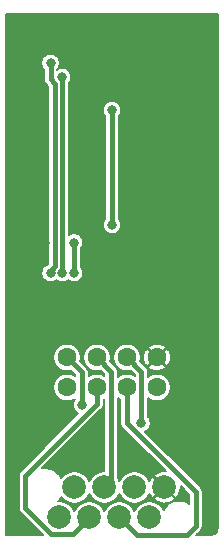
<source format=gbl>
G04 #@! TF.GenerationSoftware,KiCad,Pcbnew,(5.1.9)-1*
G04 #@! TF.CreationDate,2023-02-14T09:35:45+01:00*
G04 #@! TF.ProjectId,Stlink,53746c69-6e6b-42e6-9b69-6361645f7063,rev?*
G04 #@! TF.SameCoordinates,PXd59f80PY14fb180*
G04 #@! TF.FileFunction,Copper,L2,Bot*
G04 #@! TF.FilePolarity,Positive*
%FSLAX46Y46*%
G04 Gerber Fmt 4.6, Leading zero omitted, Abs format (unit mm)*
G04 Created by KiCad (PCBNEW (5.1.9)-1) date 2023-02-14 09:35:45*
%MOMM*%
%LPD*%
G01*
G04 APERTURE LIST*
G04 #@! TA.AperFunction,ComponentPad*
%ADD10C,2.000000*%
G04 #@! TD*
G04 #@! TA.AperFunction,ComponentPad*
%ADD11C,1.600000*%
G04 #@! TD*
G04 #@! TA.AperFunction,ViaPad*
%ADD12C,0.800000*%
G04 #@! TD*
G04 #@! TA.AperFunction,Conductor*
%ADD13C,0.400000*%
G04 #@! TD*
G04 #@! TA.AperFunction,Conductor*
%ADD14C,0.150000*%
G04 #@! TD*
G04 #@! TA.AperFunction,Conductor*
%ADD15C,0.100000*%
G04 #@! TD*
G04 APERTURE END LIST*
D10*
X13845000Y-40530000D03*
X12575000Y-43070000D03*
X8765000Y-40530000D03*
X7495000Y-43070000D03*
X4955000Y-43070000D03*
X6225000Y-40530000D03*
X10035000Y-43070000D03*
X11305000Y-40530000D03*
D11*
X13210000Y-29530000D03*
X8130000Y-29530000D03*
X5590000Y-29530000D03*
X10670000Y-29530000D03*
X5590000Y-32070000D03*
X8130000Y-32070000D03*
X10670000Y-32070000D03*
X13210000Y-32070000D03*
D12*
X7150000Y-23900000D03*
X2200000Y-34400000D03*
X5400000Y-34400000D03*
X9400000Y-3300000D03*
X3700000Y-19800000D03*
X9100000Y-22400000D03*
X3200000Y-12150000D03*
X3200000Y-8350000D03*
X15600000Y-13450000D03*
X15600000Y-10900000D03*
X15600000Y-9600000D03*
X15000000Y-32600000D03*
X15000000Y-35200000D03*
X5400000Y-38200000D03*
X6200000Y-22400000D03*
X6200000Y-19800000D03*
X4199997Y-22400000D03*
X4200000Y-4600000D03*
X5200000Y-22400000D03*
X5200000Y-5800000D03*
X6850000Y-33550000D03*
X9400000Y-18300000D03*
X9400000Y-8600000D03*
X11900000Y-35100000D03*
D13*
X15000000Y-32600000D02*
X15000000Y-35200000D01*
X6200000Y-22400000D02*
X6200000Y-19800000D01*
X6094999Y-44470001D02*
X7495000Y-43070000D01*
X2069999Y-42257001D02*
X4282999Y-44470001D01*
X4282999Y-44470001D02*
X6094999Y-44470001D01*
X8130000Y-33470000D02*
X2069999Y-39530001D01*
X8130000Y-32070000D02*
X8130000Y-33470000D01*
X2069999Y-39530001D02*
X2069999Y-42257001D01*
X4199997Y-22400000D02*
X4199997Y-22216001D01*
X4199997Y-22216001D02*
X4599990Y-21816008D01*
X4200000Y-5984002D02*
X4200000Y-4600000D01*
X4599990Y-6383992D02*
X4200000Y-5984002D01*
X4599990Y-21816008D02*
X4599990Y-6383992D01*
X5200000Y-22400000D02*
X5200000Y-5800000D01*
X5590000Y-29530000D02*
X6850000Y-30790000D01*
X6850000Y-30790000D02*
X6850000Y-33550000D01*
X9400000Y-18300000D02*
X9400000Y-8600000D01*
X11485001Y-44520001D02*
X10035000Y-43070000D01*
X15776001Y-44520001D02*
X11485001Y-44520001D01*
X16530001Y-43766001D02*
X15776001Y-44520001D01*
X10670000Y-35070000D02*
X16530001Y-40930001D01*
X10670000Y-32070000D02*
X10670000Y-35070000D01*
X16530001Y-40930001D02*
X16530001Y-43766001D01*
X9330001Y-30730001D02*
X8130000Y-29530000D01*
X9330001Y-39964999D02*
X9330001Y-30730001D01*
X8765000Y-40530000D02*
X9330001Y-39964999D01*
X11900000Y-30760000D02*
X11900000Y-35100000D01*
X10670000Y-29530000D02*
X11900000Y-30760000D01*
D14*
X18350000Y-43977995D02*
X18337409Y-44106407D01*
X18306504Y-44208768D01*
X18256308Y-44303173D01*
X18188733Y-44386028D01*
X18106350Y-44454182D01*
X18012298Y-44505036D01*
X17910162Y-44536652D01*
X17783166Y-44550000D01*
X16559174Y-44550000D01*
X16916613Y-44192562D01*
X16938555Y-44174555D01*
X16980440Y-44123517D01*
X17010409Y-44087000D01*
X17063802Y-43987109D01*
X17066448Y-43978385D01*
X17096681Y-43878721D01*
X17105001Y-43794247D01*
X17105001Y-43794245D01*
X17107783Y-43766002D01*
X17105001Y-43737759D01*
X17105001Y-40958244D01*
X17107783Y-40930001D01*
X17105001Y-40901755D01*
X17096681Y-40817281D01*
X17063802Y-40708893D01*
X17010410Y-40609004D01*
X17010409Y-40609002D01*
X16956560Y-40543387D01*
X16938555Y-40521447D01*
X16916614Y-40503441D01*
X12219631Y-35806458D01*
X12267100Y-35786796D01*
X12394034Y-35701982D01*
X12501982Y-35594034D01*
X12586796Y-35467100D01*
X12645217Y-35326059D01*
X12675000Y-35176331D01*
X12675000Y-35023669D01*
X12645217Y-34873941D01*
X12586796Y-34732900D01*
X12501982Y-34605966D01*
X12475000Y-34578984D01*
X12475000Y-32992049D01*
X12653429Y-33111271D01*
X12867265Y-33199845D01*
X13094273Y-33245000D01*
X13325727Y-33245000D01*
X13552735Y-33199845D01*
X13766571Y-33111271D01*
X13959019Y-32982682D01*
X14122682Y-32819019D01*
X14251271Y-32626571D01*
X14339845Y-32412735D01*
X14385000Y-32185727D01*
X14385000Y-31954273D01*
X14339845Y-31727265D01*
X14251271Y-31513429D01*
X14122682Y-31320981D01*
X13959019Y-31157318D01*
X13766571Y-31028729D01*
X13552735Y-30940155D01*
X13325727Y-30895000D01*
X13094273Y-30895000D01*
X12867265Y-30940155D01*
X12653429Y-31028729D01*
X12475000Y-31147951D01*
X12475000Y-30788243D01*
X12477782Y-30760000D01*
X12474827Y-30730001D01*
X12466680Y-30647280D01*
X12433801Y-30538892D01*
X12380408Y-30439002D01*
X12308554Y-30351446D01*
X12286613Y-30333440D01*
X12269226Y-30316053D01*
X12459302Y-30316053D01*
X12536392Y-30499675D01*
X12738510Y-30612457D01*
X12958746Y-30683641D01*
X13188638Y-30710491D01*
X13419350Y-30691976D01*
X13642017Y-30628806D01*
X13848083Y-30523411D01*
X13883608Y-30499675D01*
X13960698Y-30316053D01*
X13210000Y-29565355D01*
X12459302Y-30316053D01*
X12269226Y-30316053D01*
X11804169Y-29850996D01*
X11845000Y-29645727D01*
X11845000Y-29508638D01*
X12029509Y-29508638D01*
X12048024Y-29739350D01*
X12111194Y-29962017D01*
X12216589Y-30168083D01*
X12240325Y-30203608D01*
X12423947Y-30280698D01*
X13174645Y-29530000D01*
X13245355Y-29530000D01*
X13996053Y-30280698D01*
X14179675Y-30203608D01*
X14292457Y-30001490D01*
X14363641Y-29781254D01*
X14390491Y-29551362D01*
X14371976Y-29320650D01*
X14308806Y-29097983D01*
X14203411Y-28891917D01*
X14179675Y-28856392D01*
X13996053Y-28779302D01*
X13245355Y-29530000D01*
X13174645Y-29530000D01*
X12423947Y-28779302D01*
X12240325Y-28856392D01*
X12127543Y-29058510D01*
X12056359Y-29278746D01*
X12029509Y-29508638D01*
X11845000Y-29508638D01*
X11845000Y-29414273D01*
X11799845Y-29187265D01*
X11711271Y-28973429D01*
X11582682Y-28780981D01*
X11545648Y-28743947D01*
X12459302Y-28743947D01*
X13210000Y-29494645D01*
X13960698Y-28743947D01*
X13883608Y-28560325D01*
X13681490Y-28447543D01*
X13461254Y-28376359D01*
X13231362Y-28349509D01*
X13000650Y-28368024D01*
X12777983Y-28431194D01*
X12571917Y-28536589D01*
X12536392Y-28560325D01*
X12459302Y-28743947D01*
X11545648Y-28743947D01*
X11419019Y-28617318D01*
X11226571Y-28488729D01*
X11012735Y-28400155D01*
X10785727Y-28355000D01*
X10554273Y-28355000D01*
X10327265Y-28400155D01*
X10113429Y-28488729D01*
X9920981Y-28617318D01*
X9757318Y-28780981D01*
X9628729Y-28973429D01*
X9540155Y-29187265D01*
X9495000Y-29414273D01*
X9495000Y-29645727D01*
X9540155Y-29872735D01*
X9628729Y-30086571D01*
X9757318Y-30279019D01*
X9920981Y-30442682D01*
X10113429Y-30571271D01*
X10327265Y-30659845D01*
X10554273Y-30705000D01*
X10785727Y-30705000D01*
X10990996Y-30664169D01*
X11325000Y-30998173D01*
X11325000Y-31094497D01*
X11226571Y-31028729D01*
X11012735Y-30940155D01*
X10785727Y-30895000D01*
X10554273Y-30895000D01*
X10327265Y-30940155D01*
X10113429Y-31028729D01*
X9920981Y-31157318D01*
X9905001Y-31173298D01*
X9905001Y-30758244D01*
X9907783Y-30730001D01*
X9903217Y-30683641D01*
X9896681Y-30617281D01*
X9863802Y-30508893D01*
X9810409Y-30409003D01*
X9738555Y-30321447D01*
X9716613Y-30303440D01*
X9264169Y-29850996D01*
X9305000Y-29645727D01*
X9305000Y-29414273D01*
X9259845Y-29187265D01*
X9171271Y-28973429D01*
X9042682Y-28780981D01*
X8879019Y-28617318D01*
X8686571Y-28488729D01*
X8472735Y-28400155D01*
X8245727Y-28355000D01*
X8014273Y-28355000D01*
X7787265Y-28400155D01*
X7573429Y-28488729D01*
X7380981Y-28617318D01*
X7217318Y-28780981D01*
X7088729Y-28973429D01*
X7000155Y-29187265D01*
X6955000Y-29414273D01*
X6955000Y-29645727D01*
X7000155Y-29872735D01*
X7088729Y-30086571D01*
X7217318Y-30279019D01*
X7380981Y-30442682D01*
X7573429Y-30571271D01*
X7787265Y-30659845D01*
X8014273Y-30705000D01*
X8245727Y-30705000D01*
X8450996Y-30664169D01*
X8755002Y-30968175D01*
X8755002Y-31074453D01*
X8686571Y-31028729D01*
X8472735Y-30940155D01*
X8245727Y-30895000D01*
X8014273Y-30895000D01*
X7787265Y-30940155D01*
X7573429Y-31028729D01*
X7425000Y-31127906D01*
X7425000Y-30818242D01*
X7427782Y-30789999D01*
X7422045Y-30731754D01*
X7416680Y-30677280D01*
X7383801Y-30568892D01*
X7367766Y-30538893D01*
X7330408Y-30469001D01*
X7276559Y-30403386D01*
X7258554Y-30381446D01*
X7236613Y-30363440D01*
X6724169Y-29850997D01*
X6765000Y-29645727D01*
X6765000Y-29414273D01*
X6719845Y-29187265D01*
X6631271Y-28973429D01*
X6502682Y-28780981D01*
X6339019Y-28617318D01*
X6146571Y-28488729D01*
X5932735Y-28400155D01*
X5705727Y-28355000D01*
X5474273Y-28355000D01*
X5247265Y-28400155D01*
X5033429Y-28488729D01*
X4840981Y-28617318D01*
X4677318Y-28780981D01*
X4548729Y-28973429D01*
X4460155Y-29187265D01*
X4415000Y-29414273D01*
X4415000Y-29645727D01*
X4460155Y-29872735D01*
X4548729Y-30086571D01*
X4677318Y-30279019D01*
X4840981Y-30442682D01*
X5033429Y-30571271D01*
X5247265Y-30659845D01*
X5474273Y-30705000D01*
X5705727Y-30705000D01*
X5910997Y-30664169D01*
X6275000Y-31028173D01*
X6275000Y-31114542D01*
X6146571Y-31028729D01*
X5932735Y-30940155D01*
X5705727Y-30895000D01*
X5474273Y-30895000D01*
X5247265Y-30940155D01*
X5033429Y-31028729D01*
X4840981Y-31157318D01*
X4677318Y-31320981D01*
X4548729Y-31513429D01*
X4460155Y-31727265D01*
X4415000Y-31954273D01*
X4415000Y-32185727D01*
X4460155Y-32412735D01*
X4548729Y-32626571D01*
X4677318Y-32819019D01*
X4840981Y-32982682D01*
X5033429Y-33111271D01*
X5247265Y-33199845D01*
X5474273Y-33245000D01*
X5705727Y-33245000D01*
X5932735Y-33199845D01*
X6146571Y-33111271D01*
X6275001Y-33025457D01*
X6275001Y-33028983D01*
X6248018Y-33055966D01*
X6163204Y-33182900D01*
X6104783Y-33323941D01*
X6075000Y-33473669D01*
X6075000Y-33626331D01*
X6104783Y-33776059D01*
X6163204Y-33917100D01*
X6248018Y-34044034D01*
X6355966Y-34151982D01*
X6482900Y-34236796D01*
X6530369Y-34256458D01*
X1683393Y-39103435D01*
X1661445Y-39121447D01*
X1633910Y-39155000D01*
X1589591Y-39209003D01*
X1558174Y-39267780D01*
X1536198Y-39308894D01*
X1503319Y-39417282D01*
X1498918Y-39461968D01*
X1492217Y-39530001D01*
X1494999Y-39558244D01*
X1495000Y-42228748D01*
X1492217Y-42257001D01*
X1503320Y-42369720D01*
X1536198Y-42478108D01*
X1589591Y-42577999D01*
X1635440Y-42633866D01*
X1661446Y-42665555D01*
X1683388Y-42683562D01*
X3549825Y-44550000D01*
X450000Y-44550000D01*
X450000Y-22323669D01*
X3424997Y-22323669D01*
X3424997Y-22476331D01*
X3454780Y-22626059D01*
X3513201Y-22767100D01*
X3598015Y-22894034D01*
X3705963Y-23001982D01*
X3832897Y-23086796D01*
X3973938Y-23145217D01*
X4123666Y-23175000D01*
X4276328Y-23175000D01*
X4426056Y-23145217D01*
X4567097Y-23086796D01*
X4694031Y-23001982D01*
X4699999Y-22996015D01*
X4705966Y-23001982D01*
X4832900Y-23086796D01*
X4973941Y-23145217D01*
X5123669Y-23175000D01*
X5276331Y-23175000D01*
X5426059Y-23145217D01*
X5567100Y-23086796D01*
X5694034Y-23001982D01*
X5700000Y-22996016D01*
X5705966Y-23001982D01*
X5832900Y-23086796D01*
X5973941Y-23145217D01*
X6123669Y-23175000D01*
X6276331Y-23175000D01*
X6426059Y-23145217D01*
X6567100Y-23086796D01*
X6694034Y-23001982D01*
X6801982Y-22894034D01*
X6886796Y-22767100D01*
X6945217Y-22626059D01*
X6975000Y-22476331D01*
X6975000Y-22323669D01*
X6945217Y-22173941D01*
X6886796Y-22032900D01*
X6801982Y-21905966D01*
X6775000Y-21878984D01*
X6775000Y-20321016D01*
X6801982Y-20294034D01*
X6886796Y-20167100D01*
X6945217Y-20026059D01*
X6975000Y-19876331D01*
X6975000Y-19723669D01*
X6945217Y-19573941D01*
X6886796Y-19432900D01*
X6801982Y-19305966D01*
X6694034Y-19198018D01*
X6567100Y-19113204D01*
X6426059Y-19054783D01*
X6276331Y-19025000D01*
X6123669Y-19025000D01*
X5973941Y-19054783D01*
X5832900Y-19113204D01*
X5775000Y-19151891D01*
X5775000Y-8523669D01*
X8625000Y-8523669D01*
X8625000Y-8676331D01*
X8654783Y-8826059D01*
X8713204Y-8967100D01*
X8798018Y-9094034D01*
X8825001Y-9121017D01*
X8825000Y-17778984D01*
X8798018Y-17805966D01*
X8713204Y-17932900D01*
X8654783Y-18073941D01*
X8625000Y-18223669D01*
X8625000Y-18376331D01*
X8654783Y-18526059D01*
X8713204Y-18667100D01*
X8798018Y-18794034D01*
X8905966Y-18901982D01*
X9032900Y-18986796D01*
X9173941Y-19045217D01*
X9323669Y-19075000D01*
X9476331Y-19075000D01*
X9626059Y-19045217D01*
X9767100Y-18986796D01*
X9894034Y-18901982D01*
X10001982Y-18794034D01*
X10086796Y-18667100D01*
X10145217Y-18526059D01*
X10175000Y-18376331D01*
X10175000Y-18223669D01*
X10145217Y-18073941D01*
X10086796Y-17932900D01*
X10001982Y-17805966D01*
X9975000Y-17778984D01*
X9975000Y-9121016D01*
X10001982Y-9094034D01*
X10086796Y-8967100D01*
X10145217Y-8826059D01*
X10175000Y-8676331D01*
X10175000Y-8523669D01*
X10145217Y-8373941D01*
X10086796Y-8232900D01*
X10001982Y-8105966D01*
X9894034Y-7998018D01*
X9767100Y-7913204D01*
X9626059Y-7854783D01*
X9476331Y-7825000D01*
X9323669Y-7825000D01*
X9173941Y-7854783D01*
X9032900Y-7913204D01*
X8905966Y-7998018D01*
X8798018Y-8105966D01*
X8713204Y-8232900D01*
X8654783Y-8373941D01*
X8625000Y-8523669D01*
X5775000Y-8523669D01*
X5775000Y-6321016D01*
X5801982Y-6294034D01*
X5886796Y-6167100D01*
X5945217Y-6026059D01*
X5975000Y-5876331D01*
X5975000Y-5723669D01*
X5945217Y-5573941D01*
X5886796Y-5432900D01*
X5801982Y-5305966D01*
X5694034Y-5198018D01*
X5567100Y-5113204D01*
X5426059Y-5054783D01*
X5276331Y-5025000D01*
X5123669Y-5025000D01*
X4973941Y-5054783D01*
X4832900Y-5113204D01*
X4775000Y-5151891D01*
X4775000Y-5121016D01*
X4801982Y-5094034D01*
X4886796Y-4967100D01*
X4945217Y-4826059D01*
X4975000Y-4676331D01*
X4975000Y-4523669D01*
X4945217Y-4373941D01*
X4886796Y-4232900D01*
X4801982Y-4105966D01*
X4694034Y-3998018D01*
X4567100Y-3913204D01*
X4426059Y-3854783D01*
X4276331Y-3825000D01*
X4123669Y-3825000D01*
X3973941Y-3854783D01*
X3832900Y-3913204D01*
X3705966Y-3998018D01*
X3598018Y-4105966D01*
X3513204Y-4232900D01*
X3454783Y-4373941D01*
X3425000Y-4523669D01*
X3425000Y-4676331D01*
X3454783Y-4826059D01*
X3513204Y-4967100D01*
X3598018Y-5094034D01*
X3625001Y-5121017D01*
X3625000Y-5955758D01*
X3622218Y-5984002D01*
X3625000Y-6012245D01*
X3625000Y-6012247D01*
X3633320Y-6096721D01*
X3654669Y-6167100D01*
X3666199Y-6205109D01*
X3719592Y-6305000D01*
X3744287Y-6335091D01*
X3791446Y-6392556D01*
X3813393Y-6410567D01*
X4024991Y-6622166D01*
X4024990Y-21577835D01*
X3929732Y-21673094D01*
X3832897Y-21713204D01*
X3705963Y-21798018D01*
X3598015Y-21905966D01*
X3513201Y-22032900D01*
X3454780Y-22173941D01*
X3424997Y-22323669D01*
X450000Y-22323669D01*
X450000Y-450000D01*
X18350001Y-450000D01*
X18350000Y-43977995D01*
G04 #@! TA.AperFunction,Conductor*
D15*
G36*
X18350000Y-43977995D02*
G01*
X18337409Y-44106407D01*
X18306504Y-44208768D01*
X18256308Y-44303173D01*
X18188733Y-44386028D01*
X18106350Y-44454182D01*
X18012298Y-44505036D01*
X17910162Y-44536652D01*
X17783166Y-44550000D01*
X16559174Y-44550000D01*
X16916613Y-44192562D01*
X16938555Y-44174555D01*
X16980440Y-44123517D01*
X17010409Y-44087000D01*
X17063802Y-43987109D01*
X17066448Y-43978385D01*
X17096681Y-43878721D01*
X17105001Y-43794247D01*
X17105001Y-43794245D01*
X17107783Y-43766002D01*
X17105001Y-43737759D01*
X17105001Y-40958244D01*
X17107783Y-40930001D01*
X17105001Y-40901755D01*
X17096681Y-40817281D01*
X17063802Y-40708893D01*
X17010410Y-40609004D01*
X17010409Y-40609002D01*
X16956560Y-40543387D01*
X16938555Y-40521447D01*
X16916614Y-40503441D01*
X12219631Y-35806458D01*
X12267100Y-35786796D01*
X12394034Y-35701982D01*
X12501982Y-35594034D01*
X12586796Y-35467100D01*
X12645217Y-35326059D01*
X12675000Y-35176331D01*
X12675000Y-35023669D01*
X12645217Y-34873941D01*
X12586796Y-34732900D01*
X12501982Y-34605966D01*
X12475000Y-34578984D01*
X12475000Y-32992049D01*
X12653429Y-33111271D01*
X12867265Y-33199845D01*
X13094273Y-33245000D01*
X13325727Y-33245000D01*
X13552735Y-33199845D01*
X13766571Y-33111271D01*
X13959019Y-32982682D01*
X14122682Y-32819019D01*
X14251271Y-32626571D01*
X14339845Y-32412735D01*
X14385000Y-32185727D01*
X14385000Y-31954273D01*
X14339845Y-31727265D01*
X14251271Y-31513429D01*
X14122682Y-31320981D01*
X13959019Y-31157318D01*
X13766571Y-31028729D01*
X13552735Y-30940155D01*
X13325727Y-30895000D01*
X13094273Y-30895000D01*
X12867265Y-30940155D01*
X12653429Y-31028729D01*
X12475000Y-31147951D01*
X12475000Y-30788243D01*
X12477782Y-30760000D01*
X12474827Y-30730001D01*
X12466680Y-30647280D01*
X12433801Y-30538892D01*
X12380408Y-30439002D01*
X12308554Y-30351446D01*
X12286613Y-30333440D01*
X12269226Y-30316053D01*
X12459302Y-30316053D01*
X12536392Y-30499675D01*
X12738510Y-30612457D01*
X12958746Y-30683641D01*
X13188638Y-30710491D01*
X13419350Y-30691976D01*
X13642017Y-30628806D01*
X13848083Y-30523411D01*
X13883608Y-30499675D01*
X13960698Y-30316053D01*
X13210000Y-29565355D01*
X12459302Y-30316053D01*
X12269226Y-30316053D01*
X11804169Y-29850996D01*
X11845000Y-29645727D01*
X11845000Y-29508638D01*
X12029509Y-29508638D01*
X12048024Y-29739350D01*
X12111194Y-29962017D01*
X12216589Y-30168083D01*
X12240325Y-30203608D01*
X12423947Y-30280698D01*
X13174645Y-29530000D01*
X13245355Y-29530000D01*
X13996053Y-30280698D01*
X14179675Y-30203608D01*
X14292457Y-30001490D01*
X14363641Y-29781254D01*
X14390491Y-29551362D01*
X14371976Y-29320650D01*
X14308806Y-29097983D01*
X14203411Y-28891917D01*
X14179675Y-28856392D01*
X13996053Y-28779302D01*
X13245355Y-29530000D01*
X13174645Y-29530000D01*
X12423947Y-28779302D01*
X12240325Y-28856392D01*
X12127543Y-29058510D01*
X12056359Y-29278746D01*
X12029509Y-29508638D01*
X11845000Y-29508638D01*
X11845000Y-29414273D01*
X11799845Y-29187265D01*
X11711271Y-28973429D01*
X11582682Y-28780981D01*
X11545648Y-28743947D01*
X12459302Y-28743947D01*
X13210000Y-29494645D01*
X13960698Y-28743947D01*
X13883608Y-28560325D01*
X13681490Y-28447543D01*
X13461254Y-28376359D01*
X13231362Y-28349509D01*
X13000650Y-28368024D01*
X12777983Y-28431194D01*
X12571917Y-28536589D01*
X12536392Y-28560325D01*
X12459302Y-28743947D01*
X11545648Y-28743947D01*
X11419019Y-28617318D01*
X11226571Y-28488729D01*
X11012735Y-28400155D01*
X10785727Y-28355000D01*
X10554273Y-28355000D01*
X10327265Y-28400155D01*
X10113429Y-28488729D01*
X9920981Y-28617318D01*
X9757318Y-28780981D01*
X9628729Y-28973429D01*
X9540155Y-29187265D01*
X9495000Y-29414273D01*
X9495000Y-29645727D01*
X9540155Y-29872735D01*
X9628729Y-30086571D01*
X9757318Y-30279019D01*
X9920981Y-30442682D01*
X10113429Y-30571271D01*
X10327265Y-30659845D01*
X10554273Y-30705000D01*
X10785727Y-30705000D01*
X10990996Y-30664169D01*
X11325000Y-30998173D01*
X11325000Y-31094497D01*
X11226571Y-31028729D01*
X11012735Y-30940155D01*
X10785727Y-30895000D01*
X10554273Y-30895000D01*
X10327265Y-30940155D01*
X10113429Y-31028729D01*
X9920981Y-31157318D01*
X9905001Y-31173298D01*
X9905001Y-30758244D01*
X9907783Y-30730001D01*
X9903217Y-30683641D01*
X9896681Y-30617281D01*
X9863802Y-30508893D01*
X9810409Y-30409003D01*
X9738555Y-30321447D01*
X9716613Y-30303440D01*
X9264169Y-29850996D01*
X9305000Y-29645727D01*
X9305000Y-29414273D01*
X9259845Y-29187265D01*
X9171271Y-28973429D01*
X9042682Y-28780981D01*
X8879019Y-28617318D01*
X8686571Y-28488729D01*
X8472735Y-28400155D01*
X8245727Y-28355000D01*
X8014273Y-28355000D01*
X7787265Y-28400155D01*
X7573429Y-28488729D01*
X7380981Y-28617318D01*
X7217318Y-28780981D01*
X7088729Y-28973429D01*
X7000155Y-29187265D01*
X6955000Y-29414273D01*
X6955000Y-29645727D01*
X7000155Y-29872735D01*
X7088729Y-30086571D01*
X7217318Y-30279019D01*
X7380981Y-30442682D01*
X7573429Y-30571271D01*
X7787265Y-30659845D01*
X8014273Y-30705000D01*
X8245727Y-30705000D01*
X8450996Y-30664169D01*
X8755002Y-30968175D01*
X8755002Y-31074453D01*
X8686571Y-31028729D01*
X8472735Y-30940155D01*
X8245727Y-30895000D01*
X8014273Y-30895000D01*
X7787265Y-30940155D01*
X7573429Y-31028729D01*
X7425000Y-31127906D01*
X7425000Y-30818242D01*
X7427782Y-30789999D01*
X7422045Y-30731754D01*
X7416680Y-30677280D01*
X7383801Y-30568892D01*
X7367766Y-30538893D01*
X7330408Y-30469001D01*
X7276559Y-30403386D01*
X7258554Y-30381446D01*
X7236613Y-30363440D01*
X6724169Y-29850997D01*
X6765000Y-29645727D01*
X6765000Y-29414273D01*
X6719845Y-29187265D01*
X6631271Y-28973429D01*
X6502682Y-28780981D01*
X6339019Y-28617318D01*
X6146571Y-28488729D01*
X5932735Y-28400155D01*
X5705727Y-28355000D01*
X5474273Y-28355000D01*
X5247265Y-28400155D01*
X5033429Y-28488729D01*
X4840981Y-28617318D01*
X4677318Y-28780981D01*
X4548729Y-28973429D01*
X4460155Y-29187265D01*
X4415000Y-29414273D01*
X4415000Y-29645727D01*
X4460155Y-29872735D01*
X4548729Y-30086571D01*
X4677318Y-30279019D01*
X4840981Y-30442682D01*
X5033429Y-30571271D01*
X5247265Y-30659845D01*
X5474273Y-30705000D01*
X5705727Y-30705000D01*
X5910997Y-30664169D01*
X6275000Y-31028173D01*
X6275000Y-31114542D01*
X6146571Y-31028729D01*
X5932735Y-30940155D01*
X5705727Y-30895000D01*
X5474273Y-30895000D01*
X5247265Y-30940155D01*
X5033429Y-31028729D01*
X4840981Y-31157318D01*
X4677318Y-31320981D01*
X4548729Y-31513429D01*
X4460155Y-31727265D01*
X4415000Y-31954273D01*
X4415000Y-32185727D01*
X4460155Y-32412735D01*
X4548729Y-32626571D01*
X4677318Y-32819019D01*
X4840981Y-32982682D01*
X5033429Y-33111271D01*
X5247265Y-33199845D01*
X5474273Y-33245000D01*
X5705727Y-33245000D01*
X5932735Y-33199845D01*
X6146571Y-33111271D01*
X6275001Y-33025457D01*
X6275001Y-33028983D01*
X6248018Y-33055966D01*
X6163204Y-33182900D01*
X6104783Y-33323941D01*
X6075000Y-33473669D01*
X6075000Y-33626331D01*
X6104783Y-33776059D01*
X6163204Y-33917100D01*
X6248018Y-34044034D01*
X6355966Y-34151982D01*
X6482900Y-34236796D01*
X6530369Y-34256458D01*
X1683393Y-39103435D01*
X1661445Y-39121447D01*
X1633910Y-39155000D01*
X1589591Y-39209003D01*
X1558174Y-39267780D01*
X1536198Y-39308894D01*
X1503319Y-39417282D01*
X1498918Y-39461968D01*
X1492217Y-39530001D01*
X1494999Y-39558244D01*
X1495000Y-42228748D01*
X1492217Y-42257001D01*
X1503320Y-42369720D01*
X1536198Y-42478108D01*
X1589591Y-42577999D01*
X1635440Y-42633866D01*
X1661446Y-42665555D01*
X1683388Y-42683562D01*
X3549825Y-44550000D01*
X450000Y-44550000D01*
X450000Y-22323669D01*
X3424997Y-22323669D01*
X3424997Y-22476331D01*
X3454780Y-22626059D01*
X3513201Y-22767100D01*
X3598015Y-22894034D01*
X3705963Y-23001982D01*
X3832897Y-23086796D01*
X3973938Y-23145217D01*
X4123666Y-23175000D01*
X4276328Y-23175000D01*
X4426056Y-23145217D01*
X4567097Y-23086796D01*
X4694031Y-23001982D01*
X4699999Y-22996015D01*
X4705966Y-23001982D01*
X4832900Y-23086796D01*
X4973941Y-23145217D01*
X5123669Y-23175000D01*
X5276331Y-23175000D01*
X5426059Y-23145217D01*
X5567100Y-23086796D01*
X5694034Y-23001982D01*
X5700000Y-22996016D01*
X5705966Y-23001982D01*
X5832900Y-23086796D01*
X5973941Y-23145217D01*
X6123669Y-23175000D01*
X6276331Y-23175000D01*
X6426059Y-23145217D01*
X6567100Y-23086796D01*
X6694034Y-23001982D01*
X6801982Y-22894034D01*
X6886796Y-22767100D01*
X6945217Y-22626059D01*
X6975000Y-22476331D01*
X6975000Y-22323669D01*
X6945217Y-22173941D01*
X6886796Y-22032900D01*
X6801982Y-21905966D01*
X6775000Y-21878984D01*
X6775000Y-20321016D01*
X6801982Y-20294034D01*
X6886796Y-20167100D01*
X6945217Y-20026059D01*
X6975000Y-19876331D01*
X6975000Y-19723669D01*
X6945217Y-19573941D01*
X6886796Y-19432900D01*
X6801982Y-19305966D01*
X6694034Y-19198018D01*
X6567100Y-19113204D01*
X6426059Y-19054783D01*
X6276331Y-19025000D01*
X6123669Y-19025000D01*
X5973941Y-19054783D01*
X5832900Y-19113204D01*
X5775000Y-19151891D01*
X5775000Y-8523669D01*
X8625000Y-8523669D01*
X8625000Y-8676331D01*
X8654783Y-8826059D01*
X8713204Y-8967100D01*
X8798018Y-9094034D01*
X8825001Y-9121017D01*
X8825000Y-17778984D01*
X8798018Y-17805966D01*
X8713204Y-17932900D01*
X8654783Y-18073941D01*
X8625000Y-18223669D01*
X8625000Y-18376331D01*
X8654783Y-18526059D01*
X8713204Y-18667100D01*
X8798018Y-18794034D01*
X8905966Y-18901982D01*
X9032900Y-18986796D01*
X9173941Y-19045217D01*
X9323669Y-19075000D01*
X9476331Y-19075000D01*
X9626059Y-19045217D01*
X9767100Y-18986796D01*
X9894034Y-18901982D01*
X10001982Y-18794034D01*
X10086796Y-18667100D01*
X10145217Y-18526059D01*
X10175000Y-18376331D01*
X10175000Y-18223669D01*
X10145217Y-18073941D01*
X10086796Y-17932900D01*
X10001982Y-17805966D01*
X9975000Y-17778984D01*
X9975000Y-9121016D01*
X10001982Y-9094034D01*
X10086796Y-8967100D01*
X10145217Y-8826059D01*
X10175000Y-8676331D01*
X10175000Y-8523669D01*
X10145217Y-8373941D01*
X10086796Y-8232900D01*
X10001982Y-8105966D01*
X9894034Y-7998018D01*
X9767100Y-7913204D01*
X9626059Y-7854783D01*
X9476331Y-7825000D01*
X9323669Y-7825000D01*
X9173941Y-7854783D01*
X9032900Y-7913204D01*
X8905966Y-7998018D01*
X8798018Y-8105966D01*
X8713204Y-8232900D01*
X8654783Y-8373941D01*
X8625000Y-8523669D01*
X5775000Y-8523669D01*
X5775000Y-6321016D01*
X5801982Y-6294034D01*
X5886796Y-6167100D01*
X5945217Y-6026059D01*
X5975000Y-5876331D01*
X5975000Y-5723669D01*
X5945217Y-5573941D01*
X5886796Y-5432900D01*
X5801982Y-5305966D01*
X5694034Y-5198018D01*
X5567100Y-5113204D01*
X5426059Y-5054783D01*
X5276331Y-5025000D01*
X5123669Y-5025000D01*
X4973941Y-5054783D01*
X4832900Y-5113204D01*
X4775000Y-5151891D01*
X4775000Y-5121016D01*
X4801982Y-5094034D01*
X4886796Y-4967100D01*
X4945217Y-4826059D01*
X4975000Y-4676331D01*
X4975000Y-4523669D01*
X4945217Y-4373941D01*
X4886796Y-4232900D01*
X4801982Y-4105966D01*
X4694034Y-3998018D01*
X4567100Y-3913204D01*
X4426059Y-3854783D01*
X4276331Y-3825000D01*
X4123669Y-3825000D01*
X3973941Y-3854783D01*
X3832900Y-3913204D01*
X3705966Y-3998018D01*
X3598018Y-4105966D01*
X3513204Y-4232900D01*
X3454783Y-4373941D01*
X3425000Y-4523669D01*
X3425000Y-4676331D01*
X3454783Y-4826059D01*
X3513204Y-4967100D01*
X3598018Y-5094034D01*
X3625001Y-5121017D01*
X3625000Y-5955758D01*
X3622218Y-5984002D01*
X3625000Y-6012245D01*
X3625000Y-6012247D01*
X3633320Y-6096721D01*
X3654669Y-6167100D01*
X3666199Y-6205109D01*
X3719592Y-6305000D01*
X3744287Y-6335091D01*
X3791446Y-6392556D01*
X3813393Y-6410567D01*
X4024991Y-6622166D01*
X4024990Y-21577835D01*
X3929732Y-21673094D01*
X3832897Y-21713204D01*
X3705963Y-21798018D01*
X3598015Y-21905966D01*
X3513201Y-22032900D01*
X3454780Y-22173941D01*
X3424997Y-22323669D01*
X450000Y-22323669D01*
X450000Y-450000D01*
X18350001Y-450000D01*
X18350000Y-43977995D01*
G37*
G04 #@! TD.AperFunction*
D14*
X9920981Y-32982682D02*
X10095000Y-33098957D01*
X10095001Y-35041747D01*
X10092218Y-35070000D01*
X10103321Y-35182719D01*
X10136199Y-35291107D01*
X10189592Y-35390998D01*
X10235441Y-35446865D01*
X10261447Y-35478554D01*
X10283389Y-35496561D01*
X13943829Y-39157001D01*
X13874254Y-39148658D01*
X13604205Y-39169493D01*
X13343410Y-39242612D01*
X13101890Y-39365204D01*
X13053243Y-39397708D01*
X12952165Y-39601809D01*
X13845000Y-40494645D01*
X13859142Y-40480502D01*
X13894498Y-40515858D01*
X13880355Y-40530000D01*
X14773191Y-41422835D01*
X14977292Y-41321757D01*
X15109999Y-41085644D01*
X15194093Y-40828178D01*
X15226342Y-40559254D01*
X15216331Y-40429504D01*
X15955001Y-41168174D01*
X15955001Y-41940824D01*
X15754991Y-41807181D01*
X15495657Y-41699762D01*
X15220350Y-41645000D01*
X14939650Y-41645000D01*
X14664343Y-41699762D01*
X14405009Y-41807181D01*
X14171615Y-41963130D01*
X13973130Y-42161615D01*
X13817181Y-42395009D01*
X13800440Y-42435426D01*
X13793509Y-42418693D01*
X13643032Y-42193489D01*
X13451511Y-42001968D01*
X13226307Y-41851491D01*
X12976073Y-41747841D01*
X12710426Y-41695000D01*
X12439574Y-41695000D01*
X12173927Y-41747841D01*
X11923693Y-41851491D01*
X11698489Y-42001968D01*
X11506968Y-42193489D01*
X11356491Y-42418693D01*
X11305000Y-42543004D01*
X11253509Y-42418693D01*
X11103032Y-42193489D01*
X10911511Y-42001968D01*
X10686307Y-41851491D01*
X10436073Y-41747841D01*
X10170426Y-41695000D01*
X9899574Y-41695000D01*
X9633927Y-41747841D01*
X9383693Y-41851491D01*
X9158489Y-42001968D01*
X8966968Y-42193489D01*
X8816491Y-42418693D01*
X8765000Y-42543004D01*
X8713509Y-42418693D01*
X8563032Y-42193489D01*
X8371511Y-42001968D01*
X8146307Y-41851491D01*
X7896073Y-41747841D01*
X7630426Y-41695000D01*
X7359574Y-41695000D01*
X7093927Y-41747841D01*
X6843693Y-41851491D01*
X6618489Y-42001968D01*
X6426968Y-42193489D01*
X6276491Y-42418693D01*
X6225000Y-42543004D01*
X6173509Y-42418693D01*
X6023032Y-42193489D01*
X5831511Y-42001968D01*
X5606307Y-41851491D01*
X5356073Y-41747841D01*
X5090426Y-41695000D01*
X4853097Y-41695000D01*
X4982220Y-41565877D01*
X5122837Y-41355430D01*
X5156968Y-41406511D01*
X5348489Y-41598032D01*
X5573693Y-41748509D01*
X5823927Y-41852159D01*
X6089574Y-41905000D01*
X6360426Y-41905000D01*
X6626073Y-41852159D01*
X6876307Y-41748509D01*
X7101511Y-41598032D01*
X7293032Y-41406511D01*
X7443509Y-41181307D01*
X7495000Y-41056996D01*
X7546491Y-41181307D01*
X7696968Y-41406511D01*
X7888489Y-41598032D01*
X8113693Y-41748509D01*
X8363927Y-41852159D01*
X8629574Y-41905000D01*
X8900426Y-41905000D01*
X9166073Y-41852159D01*
X9416307Y-41748509D01*
X9641511Y-41598032D01*
X9833032Y-41406511D01*
X9983509Y-41181307D01*
X10035000Y-41056996D01*
X10086491Y-41181307D01*
X10236968Y-41406511D01*
X10428489Y-41598032D01*
X10653693Y-41748509D01*
X10903927Y-41852159D01*
X11169574Y-41905000D01*
X11440426Y-41905000D01*
X11706073Y-41852159D01*
X11956307Y-41748509D01*
X12181511Y-41598032D01*
X12321352Y-41458191D01*
X12952165Y-41458191D01*
X13053243Y-41662292D01*
X13289356Y-41794999D01*
X13546822Y-41879093D01*
X13815746Y-41911342D01*
X14085795Y-41890507D01*
X14346590Y-41817388D01*
X14588110Y-41694796D01*
X14636757Y-41662292D01*
X14737835Y-41458191D01*
X13845000Y-40565355D01*
X12952165Y-41458191D01*
X12321352Y-41458191D01*
X12373032Y-41406511D01*
X12523509Y-41181307D01*
X12572981Y-41061870D01*
X12680204Y-41273110D01*
X12712708Y-41321757D01*
X12916809Y-41422835D01*
X13809645Y-40530000D01*
X12916809Y-39637165D01*
X12712708Y-39738243D01*
X12580001Y-39974356D01*
X12572565Y-39997124D01*
X12523509Y-39878693D01*
X12373032Y-39653489D01*
X12181511Y-39461968D01*
X11956307Y-39311491D01*
X11706073Y-39207841D01*
X11440426Y-39155000D01*
X11169574Y-39155000D01*
X10903927Y-39207841D01*
X10653693Y-39311491D01*
X10428489Y-39461968D01*
X10236968Y-39653489D01*
X10086491Y-39878693D01*
X10035000Y-40003004D01*
X9983509Y-39878693D01*
X9905001Y-39761198D01*
X9905001Y-32966702D01*
X9920981Y-32982682D01*
G04 #@! TA.AperFunction,Conductor*
D15*
G36*
X9920981Y-32982682D02*
G01*
X10095000Y-33098957D01*
X10095001Y-35041747D01*
X10092218Y-35070000D01*
X10103321Y-35182719D01*
X10136199Y-35291107D01*
X10189592Y-35390998D01*
X10235441Y-35446865D01*
X10261447Y-35478554D01*
X10283389Y-35496561D01*
X13943829Y-39157001D01*
X13874254Y-39148658D01*
X13604205Y-39169493D01*
X13343410Y-39242612D01*
X13101890Y-39365204D01*
X13053243Y-39397708D01*
X12952165Y-39601809D01*
X13845000Y-40494645D01*
X13859142Y-40480502D01*
X13894498Y-40515858D01*
X13880355Y-40530000D01*
X14773191Y-41422835D01*
X14977292Y-41321757D01*
X15109999Y-41085644D01*
X15194093Y-40828178D01*
X15226342Y-40559254D01*
X15216331Y-40429504D01*
X15955001Y-41168174D01*
X15955001Y-41940824D01*
X15754991Y-41807181D01*
X15495657Y-41699762D01*
X15220350Y-41645000D01*
X14939650Y-41645000D01*
X14664343Y-41699762D01*
X14405009Y-41807181D01*
X14171615Y-41963130D01*
X13973130Y-42161615D01*
X13817181Y-42395009D01*
X13800440Y-42435426D01*
X13793509Y-42418693D01*
X13643032Y-42193489D01*
X13451511Y-42001968D01*
X13226307Y-41851491D01*
X12976073Y-41747841D01*
X12710426Y-41695000D01*
X12439574Y-41695000D01*
X12173927Y-41747841D01*
X11923693Y-41851491D01*
X11698489Y-42001968D01*
X11506968Y-42193489D01*
X11356491Y-42418693D01*
X11305000Y-42543004D01*
X11253509Y-42418693D01*
X11103032Y-42193489D01*
X10911511Y-42001968D01*
X10686307Y-41851491D01*
X10436073Y-41747841D01*
X10170426Y-41695000D01*
X9899574Y-41695000D01*
X9633927Y-41747841D01*
X9383693Y-41851491D01*
X9158489Y-42001968D01*
X8966968Y-42193489D01*
X8816491Y-42418693D01*
X8765000Y-42543004D01*
X8713509Y-42418693D01*
X8563032Y-42193489D01*
X8371511Y-42001968D01*
X8146307Y-41851491D01*
X7896073Y-41747841D01*
X7630426Y-41695000D01*
X7359574Y-41695000D01*
X7093927Y-41747841D01*
X6843693Y-41851491D01*
X6618489Y-42001968D01*
X6426968Y-42193489D01*
X6276491Y-42418693D01*
X6225000Y-42543004D01*
X6173509Y-42418693D01*
X6023032Y-42193489D01*
X5831511Y-42001968D01*
X5606307Y-41851491D01*
X5356073Y-41747841D01*
X5090426Y-41695000D01*
X4853097Y-41695000D01*
X4982220Y-41565877D01*
X5122837Y-41355430D01*
X5156968Y-41406511D01*
X5348489Y-41598032D01*
X5573693Y-41748509D01*
X5823927Y-41852159D01*
X6089574Y-41905000D01*
X6360426Y-41905000D01*
X6626073Y-41852159D01*
X6876307Y-41748509D01*
X7101511Y-41598032D01*
X7293032Y-41406511D01*
X7443509Y-41181307D01*
X7495000Y-41056996D01*
X7546491Y-41181307D01*
X7696968Y-41406511D01*
X7888489Y-41598032D01*
X8113693Y-41748509D01*
X8363927Y-41852159D01*
X8629574Y-41905000D01*
X8900426Y-41905000D01*
X9166073Y-41852159D01*
X9416307Y-41748509D01*
X9641511Y-41598032D01*
X9833032Y-41406511D01*
X9983509Y-41181307D01*
X10035000Y-41056996D01*
X10086491Y-41181307D01*
X10236968Y-41406511D01*
X10428489Y-41598032D01*
X10653693Y-41748509D01*
X10903927Y-41852159D01*
X11169574Y-41905000D01*
X11440426Y-41905000D01*
X11706073Y-41852159D01*
X11956307Y-41748509D01*
X12181511Y-41598032D01*
X12321352Y-41458191D01*
X12952165Y-41458191D01*
X13053243Y-41662292D01*
X13289356Y-41794999D01*
X13546822Y-41879093D01*
X13815746Y-41911342D01*
X14085795Y-41890507D01*
X14346590Y-41817388D01*
X14588110Y-41694796D01*
X14636757Y-41662292D01*
X14737835Y-41458191D01*
X13845000Y-40565355D01*
X12952165Y-41458191D01*
X12321352Y-41458191D01*
X12373032Y-41406511D01*
X12523509Y-41181307D01*
X12572981Y-41061870D01*
X12680204Y-41273110D01*
X12712708Y-41321757D01*
X12916809Y-41422835D01*
X13809645Y-40530000D01*
X12916809Y-39637165D01*
X12712708Y-39738243D01*
X12580001Y-39974356D01*
X12572565Y-39997124D01*
X12523509Y-39878693D01*
X12373032Y-39653489D01*
X12181511Y-39461968D01*
X11956307Y-39311491D01*
X11706073Y-39207841D01*
X11440426Y-39155000D01*
X11169574Y-39155000D01*
X10903927Y-39207841D01*
X10653693Y-39311491D01*
X10428489Y-39461968D01*
X10236968Y-39653489D01*
X10086491Y-39878693D01*
X10035000Y-40003004D01*
X9983509Y-39878693D01*
X9905001Y-39761198D01*
X9905001Y-32966702D01*
X9920981Y-32982682D01*
G37*
G04 #@! TD.AperFunction*
D14*
X8755001Y-39155000D02*
X8629574Y-39155000D01*
X8363927Y-39207841D01*
X8113693Y-39311491D01*
X7888489Y-39461968D01*
X7696968Y-39653489D01*
X7546491Y-39878693D01*
X7495000Y-40003004D01*
X7443509Y-39878693D01*
X7293032Y-39653489D01*
X7101511Y-39461968D01*
X6876307Y-39311491D01*
X6626073Y-39207841D01*
X6360426Y-39155000D01*
X6089574Y-39155000D01*
X5823927Y-39207841D01*
X5573693Y-39311491D01*
X5348489Y-39461968D01*
X5156968Y-39653489D01*
X5122837Y-39704570D01*
X4982220Y-39494123D01*
X4755877Y-39267780D01*
X4489726Y-39089943D01*
X4193995Y-38967448D01*
X3880049Y-38905000D01*
X3559951Y-38905000D01*
X3495315Y-38917857D01*
X8516612Y-33896561D01*
X8538554Y-33878554D01*
X8610408Y-33790998D01*
X8663801Y-33691108D01*
X8696680Y-33582720D01*
X8705000Y-33498246D01*
X8705000Y-33498243D01*
X8707782Y-33470000D01*
X8705000Y-33441757D01*
X8705000Y-33098957D01*
X8755002Y-33065547D01*
X8755001Y-39155000D01*
G04 #@! TA.AperFunction,Conductor*
D15*
G36*
X8755001Y-39155000D02*
G01*
X8629574Y-39155000D01*
X8363927Y-39207841D01*
X8113693Y-39311491D01*
X7888489Y-39461968D01*
X7696968Y-39653489D01*
X7546491Y-39878693D01*
X7495000Y-40003004D01*
X7443509Y-39878693D01*
X7293032Y-39653489D01*
X7101511Y-39461968D01*
X6876307Y-39311491D01*
X6626073Y-39207841D01*
X6360426Y-39155000D01*
X6089574Y-39155000D01*
X5823927Y-39207841D01*
X5573693Y-39311491D01*
X5348489Y-39461968D01*
X5156968Y-39653489D01*
X5122837Y-39704570D01*
X4982220Y-39494123D01*
X4755877Y-39267780D01*
X4489726Y-39089943D01*
X4193995Y-38967448D01*
X3880049Y-38905000D01*
X3559951Y-38905000D01*
X3495315Y-38917857D01*
X8516612Y-33896561D01*
X8538554Y-33878554D01*
X8610408Y-33790998D01*
X8663801Y-33691108D01*
X8696680Y-33582720D01*
X8705000Y-33498246D01*
X8705000Y-33498243D01*
X8707782Y-33470000D01*
X8705000Y-33441757D01*
X8705000Y-33098957D01*
X8755002Y-33065547D01*
X8755001Y-39155000D01*
G37*
G04 #@! TD.AperFunction*
M02*

</source>
